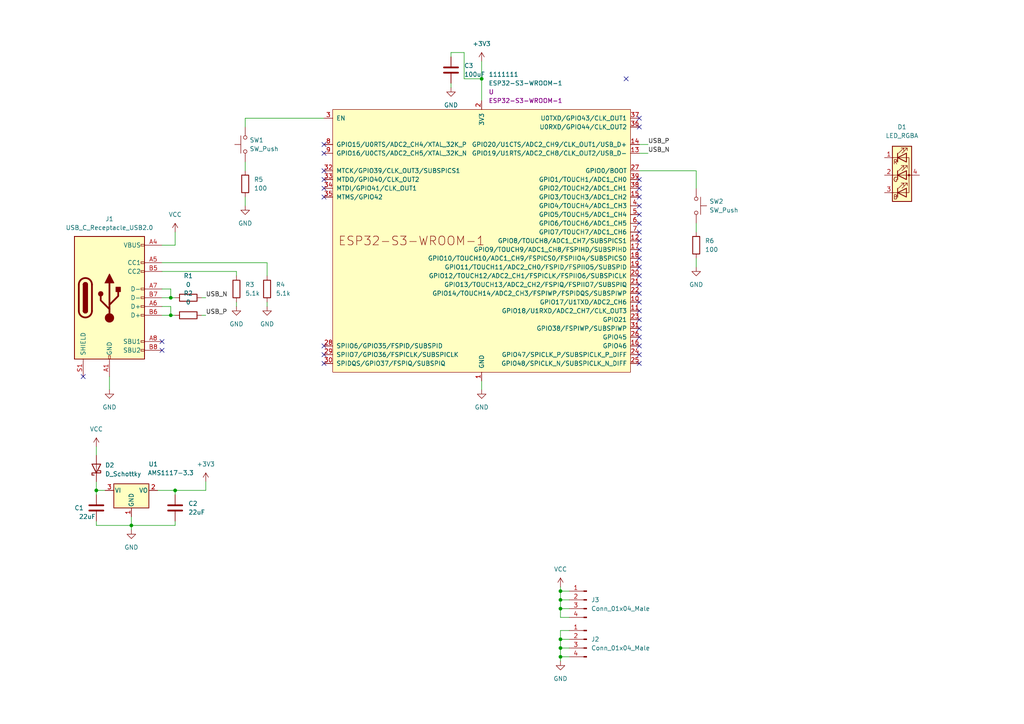
<source format=kicad_sch>
(kicad_sch (version 20211123) (generator eeschema)
  (paper "A4")
  (lib_symbols
    (symbol "Connector:Conn_01x04_Male" (pin_names (offset 1.016) hide)
      (property "Reference" "J" (at 0 5.08 0))
      (property "Value" "Conn_01x04_Male" (at 0 -7.62 0))
      (symbol "Conn_01x04_Male_1_1"
        (polyline (pts (xy 1.27 -5.08) (xy 0.8636 -5.08)) (stroke (width 0.1524)))
        (polyline (pts (xy 1.27 -2.54) (xy 0.8636 -2.54)) (stroke (width 0.1524)))
        (polyline (pts (xy 1.27 0) (xy 0.8636 0)) (stroke (width 0.1524)))
        (polyline (pts (xy 1.27 2.54) (xy 0.8636 2.54)) (stroke (width 0.1524)))
        (rectangle (start 0.8636 -4.953) (end 0 -5.207) (stroke (width 0.1524)) (fill (type outline)))
        (rectangle (start 0.8636 -2.413) (end 0 -2.667) (stroke (width 0.1524)) (fill (type outline)))
        (rectangle (start 0.8636 0.127) (end 0 -0.127) (stroke (width 0.1524)) (fill (type outline)))
        (rectangle (start 0.8636 2.667) (end 0 2.413) (stroke (width 0.1524)) (fill (type outline)))
        (pin passive line (at 5.08 2.54 180) (length 3.81) (name "Pin_1") (number "1"))
        (pin passive line (at 5.08 0 180) (length 3.81) (name "Pin_2") (number "2"))
        (pin passive line (at 5.08 -2.54 180) (length 3.81) (name "Pin_3") (number "3"))
        (pin passive line (at 5.08 -5.08 180) (length 3.81) (name "Pin_4") (number "4"))
      )
    )
    (symbol "Connector:USB_C_Receptacle_USB2.0" (pin_names (offset 1.016))
      (property "Reference" "J" (at -10.16 19.05 0))
      (property "Value" "USB_C_Receptacle_USB2.0" (at 19.05 19.05 0))
      (symbol "USB_C_Receptacle_USB2.0_0_0"
        (rectangle (start -0.254 -17.78) (end 0.254 -16.764))
        (rectangle (start 10.16 -14.986) (end 9.144 -15.494))
        (rectangle (start 10.16 -12.446) (end 9.144 -12.954))
        (rectangle (start 10.16 -4.826) (end 9.144 -5.334))
        (rectangle (start 10.16 -2.286) (end 9.144 -2.794))
        (rectangle (start 10.16 0.254) (end 9.144 -0.254))
        (rectangle (start 10.16 2.794) (end 9.144 2.286))
        (rectangle (start 10.16 7.874) (end 9.144 7.366))
        (rectangle (start 10.16 10.414) (end 9.144 9.906))
        (rectangle (start 10.16 15.494) (end 9.144 14.986))
      )
      (symbol "USB_C_Receptacle_USB2.0_0_1"
        (rectangle (start -10.16 17.78) (end 10.16 -17.78) (stroke (width 0.254)) (fill (type background)))
        (arc (start -8.89 -3.81) (mid -6.985 -5.715) (end -5.08 -3.81) (stroke (width 0.508)))
        (arc (start -7.62 -3.81) (mid -6.985 -4.445) (end -6.35 -3.81) (stroke (width 0.254)))
        (arc (start -7.62 -3.81) (mid -6.985 -4.445) (end -6.35 -3.81) (stroke (width 0.254)) (fill (type outline)))
        (rectangle (start -7.62 -3.81) (end -6.35 3.81) (stroke (width 0.254)) (fill (type outline)))
        (arc (start -6.35 3.81) (mid -6.985 4.445) (end -7.62 3.81) (stroke (width 0.254)))
        (arc (start -6.35 3.81) (mid -6.985 4.445) (end -7.62 3.81) (stroke (width 0.254)) (fill (type outline)))
        (arc (start -5.08 3.81) (mid -6.985 5.715) (end -8.89 3.81) (stroke (width 0.508)))
        (circle (center -2.54 1.143) (radius 0.635) (stroke (width 0.254)) (fill (type outline)))
        (circle (center 0 -5.842) (radius 1.27) (fill (type outline)))
        (polyline (pts (xy -8.89 -3.81) (xy -8.89 3.81)) (stroke (width 0.508)))
        (polyline (pts (xy -5.08 3.81) (xy -5.08 -3.81)) (stroke (width 0.508)))
        (polyline (pts (xy 0 -5.842) (xy 0 4.318)) (stroke (width 0.508)))
        (polyline (pts (xy 0 -3.302) (xy -2.54 -0.762) (xy -2.54 0.508)) (stroke (width 0.508)))
        (polyline (pts (xy 0 -2.032) (xy 2.54 0.508) (xy 2.54 1.778)) (stroke (width 0.508)))
        (polyline (pts (xy -1.27 4.318) (xy 0 6.858) (xy 1.27 4.318) (xy -1.27 4.318)) (stroke (width 0.254)) (fill (type outline)))
        (rectangle (start 1.905 1.778) (end 3.175 3.048) (stroke (width 0.254)) (fill (type outline)))
      )
      (symbol "USB_C_Receptacle_USB2.0_1_1"
        (pin passive line (at 0 -22.86 90) (length 5.08) (name "GND") (number "A1"))
        (pin passive line (at 0 -22.86 90) (length 5.08) hide (name "GND") (number "A12"))
        (pin passive line (at 15.24 15.24 180) (length 5.08) (name "VBUS") (number "A4"))
        (pin bidirectional line (at 15.24 10.16 180) (length 5.08) (name "CC1") (number "A5"))
        (pin bidirectional line (at 15.24 -2.54 180) (length 5.08) (name "D+") (number "A6"))
        (pin bidirectional line (at 15.24 2.54 180) (length 5.08) (name "D-") (number "A7"))
        (pin bidirectional line (at 15.24 -12.7 180) (length 5.08) (name "SBU1") (number "A8"))
        (pin passive line (at 15.24 15.24 180) (length 5.08) hide (name "VBUS") (number "A9"))
        (pin passive line (at 0 -22.86 90) (length 5.08) hide (name "GND") (number "B1"))
        (pin passive line (at 0 -22.86 90) (length 5.08) hide (name "GND") (number "B12"))
        (pin passive line (at 15.24 15.24 180) (length 5.08) hide (name "VBUS") (number "B4"))
        (pin bidirectional line (at 15.24 7.62 180) (length 5.08) (name "CC2") (number "B5"))
        (pin bidirectional line (at 15.24 -5.08 180) (length 5.08) (name "D+") (number "B6"))
        (pin bidirectional line (at 15.24 0 180) (length 5.08) (name "D-") (number "B7"))
        (pin bidirectional line (at 15.24 -15.24 180) (length 5.08) (name "SBU2") (number "B8"))
        (pin passive line (at 15.24 15.24 180) (length 5.08) hide (name "VBUS") (number "B9"))
        (pin passive line (at -7.62 -22.86 90) (length 5.08) (name "SHIELD") (number "S1"))
      )
    )
    (symbol "Device:C" (pin_numbers hide) (pin_names (offset 0.254))
      (property "Reference" "C" (at 0.635 2.54 0))
      (property "Value" "C" (at 0.635 -2.54 0))
      (symbol "C_0_1"
        (polyline (pts (xy -2.032 -0.762) (xy 2.032 -0.762)) (stroke (width 0.508)))
        (polyline (pts (xy -2.032 0.762) (xy 2.032 0.762)) (stroke (width 0.508)))
      )
      (symbol "C_1_1"
        (pin passive line (at 0 3.81 270) (length 2.794) (name "~") (number "1"))
        (pin passive line (at 0 -3.81 90) (length 2.794) (name "~") (number "2"))
      )
    )
    (symbol "Device:D_Schottky" (pin_numbers hide) (pin_names (offset 1.016) hide)
      (property "Reference" "D" (at 0 2.54 0))
      (property "Value" "D_Schottky" (at 0 -2.54 0))
      (symbol "D_Schottky_0_1"
        (polyline (pts (xy 1.27 0) (xy -1.27 0)))
        (polyline (pts (xy 1.27 1.27) (xy 1.27 -1.27) (xy -1.27 0) (xy 1.27 1.27)) (stroke (width 0.254)))
        (polyline (pts (xy -1.905 0.635) (xy -1.905 1.27) (xy -1.27 1.27) (xy -1.27 -1.27) (xy -0.635 -1.27) (xy -0.635 -0.635)) (stroke (width 0.254)))
      )
      (symbol "D_Schottky_1_1"
        (pin passive line (at -3.81 0 0) (length 2.54) (name "K") (number "1"))
        (pin passive line (at 3.81 0 180) (length 2.54) (name "A") (number "2"))
      )
    )
    (symbol "Device:LED_RGBA" (pin_names (offset 0) hide)
      (property "Reference" "D" (at 0 9.398 0))
      (property "Value" "LED_RGBA" (at 0 -8.89 0))
      (symbol "LED_RGBA_0_0"
        (text "B" (at -1.905 -6.35 0) (effects (font (size 1.27 1.27))))
        (text "G" (at -1.905 -1.27 0) (effects (font (size 1.27 1.27))))
        (text "R" (at -1.905 3.81 0) (effects (font (size 1.27 1.27))))
      )
      (symbol "LED_RGBA_0_1"
        (polyline (pts (xy -1.27 -5.08) (xy -2.54 -5.08)))
        (polyline (pts (xy -1.27 -5.08) (xy 1.27 -5.08)))
        (polyline (pts (xy -1.27 -3.81) (xy -1.27 -6.35)) (stroke (width 0.254)))
        (polyline (pts (xy -1.27 0) (xy -2.54 0)))
        (polyline (pts (xy -1.27 1.27) (xy -1.27 -1.27)) (stroke (width 0.254)))
        (polyline (pts (xy -1.27 5.08) (xy -2.54 5.08)))
        (polyline (pts (xy -1.27 5.08) (xy 1.27 5.08)))
        (polyline (pts (xy -1.27 6.35) (xy -1.27 3.81)) (stroke (width 0.254)))
        (polyline (pts (xy 1.27 0) (xy -1.27 0)))
        (polyline (pts (xy 1.27 0) (xy 2.54 0)))
        (polyline (pts (xy -1.27 1.27) (xy -1.27 -1.27) (xy -1.27 -1.27)))
        (polyline (pts (xy -1.27 6.35) (xy -1.27 3.81) (xy -1.27 3.81)))
        (polyline (pts (xy 1.27 -5.08) (xy 2.032 -5.08) (xy 2.032 5.08) (xy 1.27 5.08)))
        (polyline (pts (xy 1.27 -3.81) (xy 1.27 -6.35) (xy -1.27 -5.08) (xy 1.27 -3.81)) (stroke (width 0.254)))
        (polyline (pts (xy 1.27 1.27) (xy 1.27 -1.27) (xy -1.27 0) (xy 1.27 1.27)) (stroke (width 0.254)))
        (polyline (pts (xy 1.27 6.35) (xy 1.27 3.81) (xy -1.27 5.08) (xy 1.27 6.35)) (stroke (width 0.254)))
        (polyline (pts (xy -1.016 -3.81) (xy 0.508 -2.286) (xy -0.254 -2.286) (xy 0.508 -2.286) (xy 0.508 -3.048)))
        (polyline (pts (xy -1.016 1.27) (xy 0.508 2.794) (xy -0.254 2.794) (xy 0.508 2.794) (xy 0.508 2.032)))
        (polyline (pts (xy -1.016 6.35) (xy 0.508 7.874) (xy -0.254 7.874) (xy 0.508 7.874) (xy 0.508 7.112)))
        (polyline (pts (xy 0 -3.81) (xy 1.524 -2.286) (xy 0.762 -2.286) (xy 1.524 -2.286) (xy 1.524 -3.048)))
        (polyline (pts (xy 0 1.27) (xy 1.524 2.794) (xy 0.762 2.794) (xy 1.524 2.794) (xy 1.524 2.032)))
        (polyline (pts (xy 0 6.35) (xy 1.524 7.874) (xy 0.762 7.874) (xy 1.524 7.874) (xy 1.524 7.112)))
        (rectangle (start 1.27 -1.27) (end 1.27 1.27))
        (rectangle (start 1.27 1.27) (end 1.27 1.27))
        (rectangle (start 1.27 3.81) (end 1.27 6.35))
        (rectangle (start 1.27 6.35) (end 1.27 6.35))
        (circle (center 2.032 0) (radius 0.254) (fill (type outline)))
        (rectangle (start 2.794 8.382) (end -2.794 -7.62) (stroke (width 0.254)) (fill (type background)))
      )
      (symbol "LED_RGBA_1_1"
        (pin passive line (at -5.08 5.08 0) (length 2.54) (name "RK") (number "1"))
        (pin passive line (at -5.08 0 0) (length 2.54) (name "GK") (number "2"))
        (pin passive line (at -5.08 -5.08 0) (length 2.54) (name "BK") (number "3"))
        (pin passive line (at 5.08 0 180) (length 2.54) (name "A") (number "4"))
      )
    )
    (symbol "Device:R" (pin_numbers hide) (pin_names (offset 0))
      (property "Reference" "R" (at 2.032 0 90))
      (property "Value" "R" (at 0 0 90))
      (symbol "R_0_1"
        (rectangle (start -1.016 -2.54) (end 1.016 2.54) (stroke (width 0.254)))
      )
      (symbol "R_1_1"
        (pin passive line (at 0 3.81 270) (length 1.27) (name "~") (number "1"))
        (pin passive line (at 0 -3.81 90) (length 1.27) (name "~") (number "2"))
      )
    )
    (symbol "Espressif:ESP32-S3-WROOM-1" (pin_names (offset 1.016))
      (property "Value" "ESP32-S3-WROOM-1" (at 0 0 0))
      (property "Reference_1" "U" (at -43.18 43.18 0))
      (property "Value_1" "ESP32-S3-WROOM-1" (at -43.18 40.64 0))
      (symbol "ESP32-S3-WROOM-1_0_0"
        (text "ESP32-S3-WROOM-1" (at -20.32 0 0) (effects (font (size 2.54 2.54))))
        (pin power_in line (at 0 -40.64 90) (length 2.54) (name "GND") (number "1"))
        (pin bidirectional line (at 45.72 -17.78 180) (length 2.54) (name "GPIO17/U1TXD/ADC2_CH6") (number "10"))
        (pin bidirectional line (at 45.72 -20.32 180) (length 2.54) (name "GPIO18/U1RXD/ADC2_CH7/CLK_OUT3") (number "11"))
        (pin bidirectional line (at 45.72 0 180) (length 2.54) (name "GPIO8/TOUCH8/ADC1_CH7/SUBSPICS1") (number "12"))
        (pin bidirectional line (at 45.72 25.4 180) (length 2.54) (name "GPIO19/U1RTS/ADC2_CH8/CLK_OUT2/USB_D-") (number "13"))
        (pin bidirectional line (at 45.72 27.94 180) (length 2.54) (name "GPIO20/U1CTS/ADC2_CH9/CLK_OUT1/USB_D+") (number "14"))
        (pin bidirectional line (at 45.72 12.7 180) (length 2.54) (name "GPIO3/TOUCH3/ADC1_CH2") (number "15"))
        (pin bidirectional line (at 45.72 -30.48 180) (length 2.54) (name "GPIO46") (number "16"))
        (pin bidirectional line (at 45.72 -2.54 180) (length 2.54) (name "GPIO9/TOUCH9/ADC1_CH8/FSPIHD/SUBSPIHD") (number "17"))
        (pin bidirectional line (at 45.72 -5.08 180) (length 2.54) (name "GPIO10/TOUCH10/ADC1_CH9/FSPICS0/FSPIIO4/SUBSPICS0") (number "18"))
        (pin bidirectional line (at 45.72 -7.62 180) (length 2.54) (name "GPIO11/TOUCH11/ADC2_CH0/FSPID/FSPIIO5/SUBSPID") (number "19"))
        (pin power_in line (at 0 40.64 270) (length 2.54) (name "3V3") (number "2"))
        (pin bidirectional line (at 45.72 -10.16 180) (length 2.54) (name "GPIO12/TOUCH12/ADC2_CH1/FSPICLK/FSPIIO6/SUBSPICLK") (number "20"))
        (pin bidirectional line (at 45.72 -12.7 180) (length 2.54) (name "GPIO13/TOUCH13/ADC2_CH2/FSPIQ/FSPIIO7/SUBSPIQ") (number "21"))
        (pin bidirectional line (at 45.72 -15.24 180) (length 2.54) (name "GPIO14/TOUCH14/ADC2_CH3/FSPIWP/FSPIDQS/SUBSPIWP") (number "22"))
        (pin bidirectional line (at 45.72 -22.86 180) (length 2.54) (name "GPIO21") (number "23"))
        (pin bidirectional line (at 45.72 -33.02 180) (length 2.54) (name "GPIO47/SPICLK_P/SUBSPICLK_P_DIFF") (number "24"))
        (pin bidirectional line (at 45.72 -35.56 180) (length 2.54) (name "GPIO48/SPICLK_N/SUBSPICLK_N_DIFF") (number "25"))
        (pin bidirectional line (at 45.72 -27.94 180) (length 2.54) (name "GPIO45") (number "26"))
        (pin bidirectional line (at 45.72 20.32 180) (length 2.54) (name "GPIO0/BOOT") (number "27"))
        (pin bidirectional line (at -45.72 -30.48 0) (length 2.54) (name "SPIIO6/GPIO35/FSPID/SUBSPID") (number "28"))
        (pin bidirectional line (at -45.72 -33.02 0) (length 2.54) (name "SPIIO7/GPIO36/FSPICLK/SUBSPICLK") (number "29"))
        (pin input line (at -45.72 35.56 0) (length 2.54) (name "EN") (number "3"))
        (pin bidirectional line (at -45.72 -35.56 0) (length 2.54) (name "SPIDQS/GPIO37/FSPIQ/SUBSPIQ") (number "30"))
        (pin bidirectional line (at 45.72 -25.4 180) (length 2.54) (name "GPIO38/FSPIWP/SUBSPIWP") (number "31"))
        (pin bidirectional line (at -45.72 20.32 0) (length 2.54) (name "MTCK/GPIO39/CLK_OUT3/SUBSPICS1") (number "32"))
        (pin bidirectional line (at -45.72 17.78 0) (length 2.54) (name "MTDO/GPIO40/CLK_OUT2") (number "33"))
        (pin bidirectional line (at -45.72 15.24 0) (length 2.54) (name "MTDI/GPIO41/CLK_OUT1") (number "34"))
        (pin bidirectional line (at -45.72 12.7 0) (length 2.54) (name "MTMS/GPIO42") (number "35"))
        (pin bidirectional line (at 45.72 33.02 180) (length 2.54) (name "U0RXD/GPIO44/CLK_OUT2") (number "36"))
        (pin bidirectional line (at 45.72 35.56 180) (length 2.54) (name "U0TXD/GPIO43/CLK_OUT1") (number "37"))
        (pin bidirectional line (at 45.72 15.24 180) (length 2.54) (name "GPIO2/TOUCH2/ADC1_CH1") (number "38"))
        (pin bidirectional line (at 45.72 17.78 180) (length 2.54) (name "GPIO1/TOUCH1/ADC1_CH0") (number "39"))
        (pin bidirectional line (at 45.72 10.16 180) (length 2.54) (name "GPIO4/TOUCH4/ADC1_CH3") (number "4"))
        (pin passive line (at 0 -40.64 90) (length 2.54) hide (name "GND") (number "40"))
        (pin passive line (at 0 -40.64 90) (length 2.54) hide (name "GND") (number "41"))
        (pin bidirectional line (at 45.72 7.62 180) (length 2.54) (name "GPIO5/TOUCH5/ADC1_CH4") (number "5"))
        (pin bidirectional line (at 45.72 5.08 180) (length 2.54) (name "GPIO6/TOUCH6/ADC1_CH5") (number "6"))
        (pin bidirectional line (at 45.72 2.54 180) (length 2.54) (name "GPIO7/TOUCH7/ADC1_CH6") (number "7"))
        (pin bidirectional line (at -45.72 27.94 0) (length 2.54) (name "GPIO15/U0RTS/ADC2_CH4/XTAL_32K_P") (number "8"))
        (pin bidirectional line (at -45.72 25.4 0) (length 2.54) (name "GPIO16/U0CTS/ADC2_CH5/XTAL_32K_N") (number "9"))
      )
      (symbol "ESP32-S3-WROOM-1_0_1"
        (rectangle (start -43.18 38.1) (end 43.18 -38.1) (fill (type background)))
      )
    )
    (symbol "Regulator_Linear:AMS1117-3.3" (pin_names (offset 0.254))
      (property "Reference" "U" (at -3.81 3.175 0))
      (property "Value" "AMS1117-3.3" (at 0 3.175 0))
      (symbol "AMS1117-3.3_0_1"
        (rectangle (start -5.08 -5.08) (end 5.08 1.905) (stroke (width 0.254)) (fill (type background)))
      )
      (symbol "AMS1117-3.3_1_1"
        (pin power_in line (at 0 -7.62 90) (length 2.54) (name "GND") (number "1"))
        (pin power_out line (at 7.62 0 180) (length 2.54) (name "VO") (number "2"))
        (pin power_in line (at -7.62 0 0) (length 2.54) (name "VI") (number "3"))
      )
    )
    (symbol "Switch:SW_Push" (pin_numbers hide) (pin_names (offset 1.016) hide)
      (property "Reference" "SW" (at 1.27 2.54 0))
      (property "Value" "SW_Push" (at 0 -1.524 0))
      (symbol "SW_Push_0_1"
        (circle (center -2.032 0) (radius 0.508))
        (polyline (pts (xy 0 1.27) (xy 0 3.048)))
        (polyline (pts (xy 2.54 1.27) (xy -2.54 1.27)))
        (circle (center 2.032 0) (radius 0.508))
        (pin passive line (at -5.08 0 0) (length 2.54) (name "1") (number "1"))
        (pin passive line (at 5.08 0 180) (length 2.54) (name "2") (number "2"))
      )
    )
    (symbol "power:+3V3" (power) (pin_names (offset 0))
      (property "Value" "+3V3" (at 0 3.556 0))
      (symbol "+3V3_0_1"
        (polyline (pts (xy -0.762 1.27) (xy 0 2.54)))
        (polyline (pts (xy 0 0) (xy 0 2.54)))
        (polyline (pts (xy 0 2.54) (xy 0.762 1.27)))
      )
      (symbol "+3V3_1_1"
        (pin power_in line (at 0 0 90) (length 0) hide (name "+3V3") (number "1"))
      )
    )
    (symbol "power:GND" (power) (pin_names (offset 0))
      (property "Value" "GND" (at 0 -3.81 0))
      (symbol "GND_0_1"
        (polyline (pts (xy 0 0) (xy 0 -1.27) (xy 1.27 -1.27) (xy 0 -2.54) (xy -1.27 -1.27) (xy 0 -1.27)))
      )
      (symbol "GND_1_1"
        (pin power_in line (at 0 0 270) (length 0) hide (name "GND") (number "1"))
      )
    )
    (symbol "power:VCC" (power) (pin_names (offset 0))
      (property "Value" "VCC" (at 0 3.81 0))
      (symbol "VCC_0_1"
        (polyline (pts (xy -0.762 1.27) (xy 0 2.54)))
        (polyline (pts (xy 0 0) (xy 0 2.54)))
        (polyline (pts (xy 0 2.54) (xy 0.762 1.27)))
      )
      (symbol "VCC_1_1"
        (pin power_in line (at 0 0 90) (length 0) hide (name "VCC") (number "1"))
      )
    )
  )
  (junction (at 162.56 173.99))
  (junction (at 139.7 22.86))
  (junction (at 162.56 171.45))
  (junction (at 50.8 142.24))
  (junction (at 38.1 152.4))
  (junction (at 162.56 187.96))
  (junction (at 49.53 86.36))
  (junction (at 162.56 176.53))
  (junction (at 27.94 142.24))
  (junction (at 162.56 185.42))
  (junction (at 49.53 91.44))
  (junction (at 162.56 190.5))
  (no_connect (at 93.98 41.91))
  (no_connect (at 185.42 102.87))
  (no_connect (at 185.42 34.29))
  (no_connect (at 185.42 69.85))
  (no_connect (at 93.98 100.33))
  (no_connect (at 185.42 80.01))
  (no_connect (at 185.42 54.61))
  (no_connect (at 185.42 36.83))
  (no_connect (at 185.42 100.33))
  (no_connect (at 46.99 101.6))
  (no_connect (at 185.42 62.23))
  (no_connect (at 185.42 74.93))
  (no_connect (at 93.98 44.45))
  (no_connect (at 185.42 64.77))
  (no_connect (at 185.42 85.09))
  (no_connect (at 185.42 95.25))
  (no_connect (at 93.98 57.15))
  (no_connect (at 185.42 57.15))
  (no_connect (at 24.13 109.22))
  (no_connect (at 185.42 52.07))
  (no_connect (at 185.42 92.71))
  (no_connect (at 181.61 22.86))
  (no_connect (at 185.42 59.69))
  (no_connect (at 185.42 77.47))
  (no_connect (at 93.98 49.53))
  (no_connect (at 185.42 87.63))
  (no_connect (at 185.42 67.31))
  (no_connect (at 185.42 72.39))
  (no_connect (at 185.42 105.41))
  (no_connect (at 93.98 54.61))
  (no_connect (at 185.42 90.17))
  (no_connect (at 46.99 99.06))
  (no_connect (at 93.98 52.07))
  (no_connect (at 185.42 82.55))
  (no_connect (at 93.98 102.87))
  (no_connect (at 93.98 105.41))
  (no_connect (at 185.42 97.79))
  (wire (pts (xy 185.42 49.53) (xy 201.93 49.53)))
  (wire (pts (xy 162.56 187.96) (xy 165.1 187.96)))
  (wire (pts (xy 46.99 71.12) (xy 50.8 71.12)))
  (wire (pts (xy 50.8 71.12) (xy 50.8 67.31)))
  (wire (pts (xy 27.94 139.7) (xy 27.94 142.24)))
  (wire (pts (xy 201.93 74.93) (xy 201.93 77.47)))
  (wire (pts (xy 162.56 176.53) (xy 162.56 179.07)))
  (wire (pts (xy 38.1 153.67) (xy 38.1 152.4)))
  (wire (pts (xy 46.99 78.74) (xy 68.58 78.74)))
  (wire (pts (xy 162.56 190.5) (xy 162.56 187.96)))
  (wire (pts (xy 46.99 88.9) (xy 49.53 88.9)))
  (wire (pts (xy 134.62 15.24) (xy 134.62 22.86)))
  (wire (pts (xy 77.47 76.2) (xy 77.47 80.01)))
  (wire (pts (xy 185.42 44.45) (xy 187.96 44.45)))
  (wire (pts (xy 38.1 152.4) (xy 50.8 152.4)))
  (wire (pts (xy 130.81 16.51) (xy 130.81 15.24)))
  (wire (pts (xy 130.81 24.13) (xy 130.81 25.4)))
  (wire (pts (xy 162.56 170.18) (xy 162.56 171.45)))
  (wire (pts (xy 68.58 78.74) (xy 68.58 80.01)))
  (wire (pts (xy 162.56 176.53) (xy 165.1 176.53)))
  (wire (pts (xy 134.62 22.86) (xy 139.7 22.86)))
  (wire (pts (xy 71.12 46.99) (xy 71.12 49.53)))
  (wire (pts (xy 162.56 185.42) (xy 162.56 182.88)))
  (wire (pts (xy 31.75 109.22) (xy 31.75 113.03)))
  (wire (pts (xy 139.7 22.86) (xy 139.7 29.21)))
  (wire (pts (xy 162.56 173.99) (xy 165.1 173.99)))
  (wire (pts (xy 50.8 152.4) (xy 50.8 151.13)))
  (wire (pts (xy 27.94 151.13) (xy 27.94 152.4)))
  (wire (pts (xy 46.99 76.2) (xy 77.47 76.2)))
  (wire (pts (xy 49.53 83.82) (xy 49.53 86.36)))
  (wire (pts (xy 71.12 34.29) (xy 71.12 36.83)))
  (wire (pts (xy 162.56 191.77) (xy 162.56 190.5)))
  (wire (pts (xy 46.99 83.82) (xy 49.53 83.82)))
  (wire (pts (xy 50.8 142.24) (xy 50.8 143.51)))
  (wire (pts (xy 93.98 34.29) (xy 71.12 34.29)))
  (wire (pts (xy 162.56 190.5) (xy 165.1 190.5)))
  (wire (pts (xy 46.99 91.44) (xy 49.53 91.44)))
  (wire (pts (xy 201.93 49.53) (xy 201.93 54.61)))
  (wire (pts (xy 162.56 171.45) (xy 162.56 173.99)))
  (wire (pts (xy 27.94 129.54) (xy 27.94 132.08)))
  (wire (pts (xy 49.53 88.9) (xy 49.53 91.44)))
  (wire (pts (xy 59.69 142.24) (xy 59.69 139.7)))
  (wire (pts (xy 46.99 86.36) (xy 49.53 86.36)))
  (wire (pts (xy 68.58 87.63) (xy 68.58 88.9)))
  (wire (pts (xy 71.12 57.15) (xy 71.12 59.69)))
  (wire (pts (xy 27.94 142.24) (xy 30.48 142.24)))
  (wire (pts (xy 130.81 15.24) (xy 134.62 15.24)))
  (wire (pts (xy 27.94 152.4) (xy 38.1 152.4)))
  (wire (pts (xy 162.56 179.07) (xy 165.1 179.07)))
  (wire (pts (xy 185.42 41.91) (xy 187.96 41.91)))
  (wire (pts (xy 49.53 91.44) (xy 50.8 91.44)))
  (wire (pts (xy 139.7 17.78) (xy 139.7 22.86)))
  (wire (pts (xy 58.42 86.36) (xy 59.69 86.36)))
  (wire (pts (xy 162.56 187.96) (xy 162.56 185.42)))
  (wire (pts (xy 201.93 64.77) (xy 201.93 67.31)))
  (wire (pts (xy 45.72 142.24) (xy 50.8 142.24)))
  (wire (pts (xy 77.47 87.63) (xy 77.47 88.9)))
  (wire (pts (xy 50.8 142.24) (xy 59.69 142.24)))
  (wire (pts (xy 162.56 171.45) (xy 165.1 171.45)))
  (wire (pts (xy 162.56 173.99) (xy 162.56 176.53)))
  (wire (pts (xy 139.7 110.49) (xy 139.7 113.03)))
  (wire (pts (xy 38.1 149.86) (xy 38.1 152.4)))
  (wire (pts (xy 162.56 182.88) (xy 165.1 182.88)))
  (wire (pts (xy 58.42 91.44) (xy 59.69 91.44)))
  (wire (pts (xy 49.53 86.36) (xy 50.8 86.36)))
  (wire (pts (xy 162.56 185.42) (xy 165.1 185.42)))
  (wire (pts (xy 27.94 142.24) (xy 27.94 143.51)))
  (label "USB_P" (at 187.96 41.91 0))
  (label "USB_P" (at 59.69 91.44 0))
  (label "USB_N" (at 59.69 86.36 0))
  (label "USB_N" (at 187.96 44.45 0))
  (symbol (lib_id "Device:R") (at 68.58 83.82 0) (unit 1)
    (property "Reference" "R3" (at 71.12 82.5499 0) (effects (justify left)))
    (property "Value" "5.1k" (at 71.12 85.0899 0) (effects (justify left)))
    (property "Footprint" "Resistor_SMD:R_0805_2012Metric_Pad1.20x1.40mm_HandSolder" (effects hide))
  )
  (symbol (lib_id "Device:C") (at 27.94 147.32 0) (unit 1)
    (property "Reference" "C1" (at 21.59 147.32 0) (effects (justify left)))
    (property "Value" "22uF" (at 22.86 149.86 0) (effects (justify left)))
    (property "Footprint" "Capacitor_SMD:C_0805_2012Metric_Pad1.18x1.45mm_HandSolder" (effects hide))
  )
  (symbol (lib_id "Device:C") (at 130.81 20.32 0) (unit 1)
    (property "Reference" "C3" (at 134.62 19.0499 0) (effects (justify left)))
    (property "Value" "100uF" (at 134.62 21.5899 0) (effects (justify left)))
    (property "Footprint" "Capacitor_SMD:C_0805_2012Metric_Pad1.18x1.45mm_HandSolder" (effects hide))
  )
  (symbol (lib_id "Device:R") (at 54.61 91.44 90) (unit 1)
    (property "Reference" "R2" (at 54.61 85.09 90))
    (property "Value" "0" (at 54.61 87.63 90))
    (property "Footprint" "Resistor_SMD:R_0805_2012Metric_Pad1.20x1.40mm_HandSolder" (effects hide))
  )
  (symbol (lib_id "power:VCC") (at 162.56 170.18 0) (unit 1)
    (property "Reference" "#PWR0114" (effects hide))
    (property "Value" "VCC" (at 162.56 165.1 0))
  )
  (symbol (lib_id "Device:R") (at 54.61 86.36 90) (unit 1)
    (property "Reference" "R1" (at 54.61 80.01 90))
    (property "Value" "0" (at 54.61 82.55 90))
    (property "Footprint" "Resistor_SMD:R_0805_2012Metric_Pad1.20x1.40mm_HandSolder" (effects hide))
  )
  (symbol (lib_id "Device:LED_RGBA") (at 261.62 50.8 0) (unit 1)
    (property "Reference" "D1" (at 261.62 36.83 0))
    (property "Value" "LED_RGBA" (at 261.62 39.37 0))
    (property "Footprint" "LED_SMD_SIDE:LED_RGB_1210" (effects hide))
  )
  (symbol (lib_id "power:VCC") (at 50.8 67.31 0) (unit 1)
    (property "Reference" "#PWR0101" (effects hide))
    (property "Value" "VCC" (at 50.8 62.23 0))
  )
  (symbol (lib_id "power:VCC") (at 27.94 129.54 0) (unit 1)
    (property "Reference" "#PWR0108" (effects hide))
    (property "Value" "VCC" (at 27.94 124.46 0))
  )
  (symbol (lib_id "power:GND") (at 71.12 59.69 0) (unit 1)
    (property "Reference" "#PWR0110" (effects hide))
    (property "Value" "GND" (at 71.12 64.77 0))
  )
  (symbol (lib_id "power:GND") (at 31.75 113.03 0) (unit 1)
    (property "Reference" "#PWR0102" (effects hide))
    (property "Value" "GND" (at 31.75 118.11 0))
  )
  (symbol (lib_id "Device:R") (at 77.47 83.82 0) (unit 1)
    (property "Reference" "R4" (at 80.01 82.5499 0) (effects (justify left)))
    (property "Value" "5.1k" (at 80.01 85.0899 0) (effects (justify left)))
    (property "Footprint" "Resistor_SMD:R_0805_2012Metric_Pad1.20x1.40mm_HandSolder" (effects hide))
  )
  (symbol (lib_id "Switch:SW_Push") (at 201.93 59.69 270) (unit 1)
    (property "Reference" "SW2" (at 205.74 58.4199 90) (effects (justify left)))
    (property "Value" "SW_Push" (at 205.74 60.9599 90) (effects (justify left)))
    (property "Footprint" "Button_Switch_SMD:SW_Push_1P1T_NO_6x6mm_H9.5mm" (effects hide))
  )
  (symbol (lib_id "Connector:Conn_01x04_Male") (at 170.18 185.42 0) (mirror y) (unit 1)
    (property "Reference" "J2" (at 171.45 185.4199 0) (effects (justify right)))
    (property "Value" "Conn_01x04_Male" (at 171.45 187.9599 0) (effects (justify right)))
    (property "Footprint" "Connector_PinHeader_2.54mm:PinHeader_2x02_P2.54mm_Vertical_SMD" (effects hide))
  )
  (symbol (lib_id "Espressif:ESP32-S3-WROOM-1") (at 139.7 69.85 0) (unit 1)
    (property "Reference" "1111111" (at 141.7194 21.59 0) (effects (justify left)))
    (property "Value" "ESP32-S3-WROOM-1" (at 141.7194 24.13 0) (effects (justify left)))
    (property "Footprint" "Espressif:ESP32-S3-WROOM-1U" (effects hide))
    (property "Reference_1" "U" (at 141.7194 26.67 0) (effects (justify left)))
    (property "Value_1" "ESP32-S3-WROOM-1" (at 141.7194 29.21 0) (effects (justify left)))
    (property "Footprint_1" "Espressif:ESP32-S3-WROOM-1" (effects hide))
    (property "Datasheet_1" "https://www.espressif.com/sites/default/files/documentation/esp32-s3-wroom-1_wroom-1u_datasheet_en.pdf" (effects hide))
  )
  (symbol (lib_id "power:GND") (at 38.1 153.67 0) (unit 1)
    (property "Reference" "#PWR0109" (effects hide))
    (property "Value" "GND" (at 38.1 158.75 0))
  )
  (symbol (lib_id "power:GND") (at 77.47 88.9 0) (unit 1)
    (property "Reference" "#PWR0105" (effects hide))
    (property "Value" "GND" (at 77.47 93.98 0))
  )
  (symbol (lib_id "power:GND") (at 162.56 191.77 0) (unit 1)
    (property "Reference" "#PWR0113" (effects hide))
    (property "Value" "GND" (at 162.56 196.85 0))
  )
  (symbol (lib_id "Device:C") (at 50.8 147.32 0) (unit 1)
    (property "Reference" "C2" (at 54.61 146.0499 0) (effects (justify left)))
    (property "Value" "22uF" (at 54.61 148.5899 0) (effects (justify left)))
    (property "Footprint" "Capacitor_SMD:C_0805_2012Metric_Pad1.18x1.45mm_HandSolder" (effects hide))
  )
  (symbol (lib_id "power:GND") (at 139.7 113.03 0) (unit 1)
    (property "Reference" "#PWR0103" (effects hide))
    (property "Value" "GND" (at 139.7 118.11 0))
  )
  (symbol (lib_id "power:GND") (at 201.93 77.47 0) (unit 1)
    (property "Reference" "#PWR0111" (effects hide))
    (property "Value" "GND" (at 201.93 82.55 0))
  )
  (symbol (lib_id "power:+3V3") (at 139.7 17.78 0) (unit 1)
    (property "Reference" "#PWR0106" (effects hide))
    (property "Value" "+3V3" (at 139.7 12.7 0))
  )
  (symbol (lib_id "Device:R") (at 71.12 53.34 0) (unit 1)
    (property "Reference" "R5" (at 73.66 52.0699 0) (effects (justify left)))
    (property "Value" "100" (at 73.66 54.6099 0) (effects (justify left)))
    (property "Footprint" "Resistor_SMD:R_0805_2012Metric_Pad1.20x1.40mm_HandSolder" (effects hide))
  )
  (symbol (lib_id "Device:R") (at 201.93 71.12 0) (unit 1)
    (property "Reference" "R6" (at 204.47 69.8499 0) (effects (justify left)))
    (property "Value" "100" (at 204.47 72.3899 0) (effects (justify left)))
    (property "Footprint" "Resistor_SMD:R_0805_2012Metric_Pad1.20x1.40mm_HandSolder" (effects hide))
  )
  (symbol (lib_id "Regulator_Linear:AMS1117-3.3") (at 38.1 142.24 0) (unit 1)
    (property "Reference" "U1" (at 44.45 134.62 0))
    (property "Value" "AMS1117-3.3" (at 49.53 137.16 0))
    (property "Footprint" "Package_TO_SOT_SMD:SOT-223-3_TabPin2" (effects hide))
    (property "Datasheet" "http://www.advanced-monolithic.com/pdf/ds1117.pdf" (effects hide))
  )
  (symbol (lib_id "Switch:SW_Push") (at 71.12 41.91 90) (unit 1)
    (property "Reference" "SW1" (at 72.39 40.6399 90) (effects (justify right)))
    (property "Value" "SW_Push" (at 72.39 43.1799 90) (effects (justify right)))
    (property "Footprint" "Button_Switch_SMD:SW_Push_1P1T_NO_6x6mm_H9.5mm" (effects hide))
  )
  (symbol (lib_id "Connector:USB_C_Receptacle_USB2.0") (at 31.75 86.36 0) (unit 1)
    (property "Reference" "J1" (at 31.75 63.5 0))
    (property "Value" "USB_C_Receptacle_USB2.0" (at 31.75 66.04 0))
    (property "Footprint" "Connector_USB:USB_C_Receptacle_HRO_TYPE-C-31-M-12" (effects hide))
    (property "Datasheet" "https://www.usb.org/sites/default/files/documents/usb_type-c.zip" (effects hide))
  )
  (symbol (lib_id "power:GND") (at 68.58 88.9 0) (unit 1)
    (property "Reference" "#PWR0104" (effects hide))
    (property "Value" "GND" (at 68.58 93.98 0))
  )
  (symbol (lib_id "power:GND") (at 130.81 25.4 0) (unit 1)
    (property "Reference" "#PWR0112" (effects hide))
    (property "Value" "GND" (at 130.81 30.48 0))
  )
  (symbol (lib_id "power:+3V3") (at 59.69 139.7 0) (unit 1)
    (property "Reference" "#PWR0107" (effects hide))
    (property "Value" "+3V3" (at 59.69 134.62 0))
  )
  (symbol (lib_id "Connector:Conn_01x04_Male") (at 170.18 173.99 0) (mirror y) (unit 1)
    (property "Reference" "J3" (at 171.45 173.9899 0) (effects (justify right)))
    (property "Value" "Conn_01x04_Male" (at 171.45 176.5299 0) (effects (justify right)))
    (property "Footprint" "Connector_PinHeader_2.54mm:PinHeader_2x02_P2.54mm_Vertical_SMD" (effects hide))
  )
  (symbol (lib_id "Device:D_Schottky") (at 27.94 135.89 90) (unit 1)
    (property "Reference" "D2" (at 30.48 134.9374 90) (effects (justify right)))
    (property "Value" "D_Schottky" (at 30.48 137.4774 90) (effects (justify right)))
    (property "Footprint" "Diode_SMD:D_0805_2012Metric_Pad1.15x1.40mm_HandSolder" (effects hide))
  )
)
</source>
